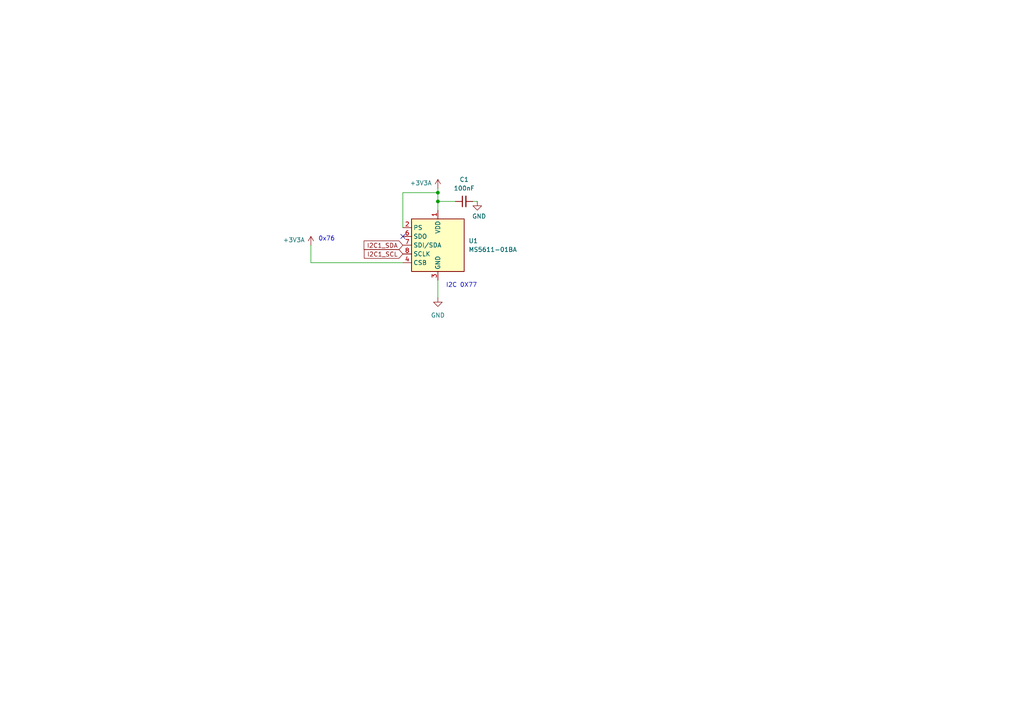
<source format=kicad_sch>
(kicad_sch (version 20250114) (generator "eeschema") (generator_version "9.0")
  (paper "A4")
  (title_block (date "2025-09-30") (rev "1.0"))
  (lib_symbols
    (symbol "Device:C_Small" (pin_numbers (hide yes)) (pin_names (offset 0.254) (hide yes))
      (property "Reference" "C" (at 0.254 1.778 0))
      (property "Value" "C_Small" (at 0.254 -2.032 0))
      (symbol "C_Small_0_1"
        (polyline (pts (xy -1.524 0.508) (xy 1.524 0.508)) (stroke (width 0.3048)))
        (polyline (pts (xy -1.524 -0.508) (xy 1.524 -0.508)) (stroke (width 0.3302)))
      )
      (symbol "C_Small_1_1"
        (pin passive line (at 0 2.54 270) (length 2.032) (name "~") (number "1"))
        (pin passive line (at 0 -2.54 90) (length 2.032) (name "~") (number "2"))
      )
    )
    (symbol "Sensor_Pressure:MS5611-01BA"
      (property "Reference" "U" (at -6.35 8.89 0))
      (property "Value" "MS5611-01BA" (at 7.62 8.89 0))
      (symbol "MS5611-01BA_0_1"
        (rectangle (start -7.62 7.62) (end 7.62 -7.62) (stroke (width 0.254)) (fill (type background)))
      )
      (symbol "MS5611-01BA_1_1"
        (pin input line (at -10.16 5.08 0) (length 2.54) (name "PS") (number "2"))
        (pin output line (at -10.16 2.54 0) (length 2.54) (name "SDO") (number "6"))
        (pin bidirectional line (at -10.16 0 0) (length 2.54) (name "SDI/SDA") (number "7"))
        (pin input line (at -10.16 -2.54 0) (length 2.54) (name "SCLK") (number "8"))
        (pin input line (at -10.16 -5.08 0) (length 2.54) (name "CSB") (number "4"))
        (pin input line (at -10.16 -5.08 0) (length 2.54) (hide yes) (name "CSB") (number "5"))
        (pin power_in line (at 0 10.16 270) (length 2.54) (name "VDD") (number "1"))
        (pin power_in line (at 0 -10.16 90) (length 2.54) (name "GND") (number "3"))
      )
    )
    (symbol "power:+3V3" (power) (pin_numbers (hide yes)) (pin_names (offset 0) (hide yes))
      (property "Value" "+3V3" (at 0 3.556 0))
      (symbol "+3V3_0_1"
        (polyline (pts (xy -0.762 1.27) (xy 0 2.54)))
        (polyline (pts (xy 0 2.54) (xy 0.762 1.27)))
        (polyline (pts (xy 0 0) (xy 0 2.54)))
      )
      (symbol "+3V3_1_1"
        (pin power_in line (at 0 0 90) (length 0) (name "~") (number "1"))
      )
    )
    (symbol "power:GND" (power) (pin_numbers (hide yes)) (pin_names (offset 0) (hide yes))
      (property "Value" "GND" (at 0 -3.81 0))
      (symbol "GND_0_1"
        (polyline (pts (xy 0 0) (xy 0 -1.27) (xy 1.27 -1.27) (xy 0 -2.54) (xy -1.27 -1.27) (xy 0 -1.27)))
      )
      (symbol "GND_1_1"
        (pin power_in line (at 0 0 270) (length 0) (name "~") (number "1"))
      )
    )
  )
  (text "I2C 0X77\n\n" (at 133.858 83.82 0) (effects (font (size 1.27 1.27))))
  (text "0x76" (at 94.742 69.342 0) (effects (font (size 1.27 1.27))))
  (junction (at 127 58.42))
  (junction (at 127 55.88))
  (no_connect (at 116.84 68.58))
  (wire (pts (xy 137.16 58.42) (xy 138.43 58.42)))
  (wire (pts (xy 90.17 71.12) (xy 90.17 76.2)))
  (wire (pts (xy 127 55.88) (xy 127 58.42)))
  (wire (pts (xy 127 58.42) (xy 127 60.96)))
  (wire (pts (xy 90.17 76.2) (xy 116.84 76.2)))
  (wire (pts (xy 116.84 66.04) (xy 116.84 55.88)))
  (wire (pts (xy 127 54.61) (xy 127 55.88)))
  (wire (pts (xy 127 58.42) (xy 132.08 58.42)))
  (wire (pts (xy 116.84 55.88) (xy 127 55.88)))
  (wire (pts (xy 127 81.28) (xy 127 86.36)))
  (global_label "I2C1_SDA" (shape input) (at 116.84 71.12 180) (property "Intersheetrefs" "${INTERSHEET_REFS}" (effects (hide yes))))
  (global_label "I2C1_SCL" (shape input) (at 116.84 73.66 180) (property "Intersheetrefs" "${INTERSHEET_REFS}" (effects (hide yes))))
  (symbol (lib_id "power:GND") (at 138.43 58.42 0) (unit 1)
    (property "Reference" "#PWR089" (effects (hide yes)))
    (property "Value" "GND" (at 136.906 62.7379 0) (effects (justify left)))
    (property "Description" "Power symbol creates a global label with name \"GND\" , ground" (effects (hide yes)))
  )
  (symbol (lib_id "power:+3V3") (at 127 54.61 0) (unit 1)
    (property "Reference" "#PWR01" (effects (hide yes)))
    (property "Value" "+3V3A" (at 118.872 53.086 0) (effects (justify left)))
    (property "Description" "Power symbol creates a global label with name \"+3V3\"" (effects (hide yes)))
  )
  (symbol (lib_id "Sensor_Pressure:MS5611-01BA") (at 127 71.12 0) (unit 1)
    (property "Reference" "U1" (at 135.89 69.8499 0) (effects (justify left)))
    (property "Value" "MS5611-01BA" (at 135.89 72.3899 0) (effects (justify left)))
    (property "Footprint" "Package_LGA:LGA-8_3x5mm_P1.25mm" (effects (hide yes)))
    (property "Datasheet" "https://www.te.com/commerce/DocumentDelivery/DDEController?Action=srchrtrv&DocNm=MS5611-01BA03&DocType=Data+Sheet&DocLang=English" (effects (hide yes)))
    (property "Description" "Barometric pressure sensor, 10cm resolution, 10 to 1200 mbar, I2C and SPI interface up to 20MHz, LGA-8" (effects (hide yes)))
  )
  (symbol (lib_id "power:GND") (at 127 86.36 0) (unit 1)
    (property "Reference" "#PWR02" (effects (hide yes)))
    (property "Value" "GND" (at 127 91.44 0))
    (property "Description" "Power symbol creates a global label with name \"GND\" , ground" (effects (hide yes)))
  )
  (symbol (lib_id "power:+3V3") (at 90.17 71.12 0) (unit 1)
    (property "Reference" "#PWR0114" (effects (hide yes)))
    (property "Value" "+3V3A" (at 82.042 69.596 0) (effects (justify left)))
    (property "Description" "Power symbol creates a global label with name \"+3V3\"" (effects (hide yes)))
  )
  (symbol (lib_id "Device:C_Small") (at 134.62 58.42 90) (unit 1)
    (property "Reference" "C1" (at 134.6263 52.07 90))
    (property "Value" "100nF" (at 134.6263 54.61 90))
    (property "Footprint" "Capacitor_SMD:C_0603_1608Metric_Pad1.08x0.95mm_HandSolder" (effects (hide yes)))
    (property "Description" "Unpolarized capacitor, MUST be ceramic" (effects (hide yes)))
  )
)
</source>
